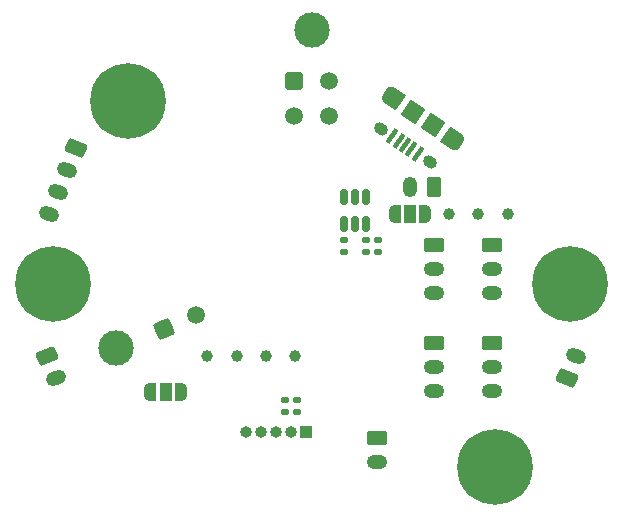
<source format=gbs>
G04 #@! TF.GenerationSoftware,KiCad,Pcbnew,(6.0.0)*
G04 #@! TF.CreationDate,2022-03-04T12:47:46+01:00*
G04 #@! TF.ProjectId,MiniAB-CAN-Board,4d696e69-4142-42d4-9341-4e2d426f6172,1*
G04 #@! TF.SameCoordinates,Original*
G04 #@! TF.FileFunction,Soldermask,Bot*
G04 #@! TF.FilePolarity,Negative*
%FSLAX46Y46*%
G04 Gerber Fmt 4.6, Leading zero omitted, Abs format (unit mm)*
G04 Created by KiCad (PCBNEW (6.0.0)) date 2022-03-04 12:47:46*
%MOMM*%
%LPD*%
G01*
G04 APERTURE LIST*
G04 Aperture macros list*
%AMRoundRect*
0 Rectangle with rounded corners*
0 $1 Rounding radius*
0 $2 $3 $4 $5 $6 $7 $8 $9 X,Y pos of 4 corners*
0 Add a 4 corners polygon primitive as box body*
4,1,4,$2,$3,$4,$5,$6,$7,$8,$9,$2,$3,0*
0 Add four circle primitives for the rounded corners*
1,1,$1+$1,$2,$3*
1,1,$1+$1,$4,$5*
1,1,$1+$1,$6,$7*
1,1,$1+$1,$8,$9*
0 Add four rect primitives between the rounded corners*
20,1,$1+$1,$2,$3,$4,$5,0*
20,1,$1+$1,$4,$5,$6,$7,0*
20,1,$1+$1,$6,$7,$8,$9,0*
20,1,$1+$1,$8,$9,$2,$3,0*%
%AMHorizOval*
0 Thick line with rounded ends*
0 $1 width*
0 $2 $3 position (X,Y) of the first rounded end (center of the circle)*
0 $4 $5 position (X,Y) of the second rounded end (center of the circle)*
0 Add line between two ends*
20,1,$1,$2,$3,$4,$5,0*
0 Add two circle primitives to create the rounded ends*
1,1,$1,$2,$3*
1,1,$1,$4,$5*%
%AMRotRect*
0 Rectangle, with rotation*
0 The origin of the aperture is its center*
0 $1 length*
0 $2 width*
0 $3 Rotation angle, in degrees counterclockwise*
0 Add horizontal line*
21,1,$1,$2,0,0,$3*%
%AMFreePoly0*
4,1,22,0.550000,-0.750000,0.000000,-0.750000,0.000000,-0.745033,-0.079941,-0.743568,-0.215256,-0.701293,-0.333266,-0.622738,-0.424486,-0.514219,-0.481581,-0.384460,-0.499164,-0.250000,-0.500000,-0.250000,-0.500000,0.250000,-0.499164,0.250000,-0.499963,0.256109,-0.478152,0.396186,-0.417904,0.524511,-0.324060,0.630769,-0.204165,0.706417,-0.067858,0.745374,0.000000,0.744959,0.000000,0.750000,
0.550000,0.750000,0.550000,-0.750000,0.550000,-0.750000,$1*%
%AMFreePoly1*
4,1,20,0.000000,0.744959,0.073905,0.744508,0.209726,0.703889,0.328688,0.626782,0.421226,0.519385,0.479903,0.390333,0.500000,0.250000,0.500000,-0.250000,0.499851,-0.262216,0.476331,-0.402017,0.414519,-0.529596,0.319384,-0.634700,0.198574,-0.708877,0.061801,-0.746166,0.000000,-0.745033,0.000000,-0.750000,-0.550000,-0.750000,-0.550000,0.750000,0.000000,0.750000,0.000000,0.744959,
0.000000,0.744959,$1*%
G04 Aperture macros list end*
%ADD10C,0.800000*%
%ADD11C,6.400000*%
%ADD12RoundRect,0.250000X-0.625000X0.350000X-0.625000X-0.350000X0.625000X-0.350000X0.625000X0.350000X0*%
%ADD13O,1.750000X1.200000*%
%ADD14RoundRect,0.250000X0.350000X0.625000X-0.350000X0.625000X-0.350000X-0.625000X0.350000X-0.625000X0*%
%ADD15O,1.200000X1.750000*%
%ADD16R,1.000000X1.000000*%
%ADD17O,1.000000X1.000000*%
%ADD18C,3.000000*%
%ADD19RoundRect,0.250001X-0.499999X-0.499999X0.499999X-0.499999X0.499999X0.499999X-0.499999X0.499999X0*%
%ADD20C,1.500000*%
%ADD21RoundRect,0.250001X0.653280X-0.270598X0.270598X0.653280X-0.653280X0.270598X-0.270598X-0.653280X0*%
%ADD22FreePoly0,180.000000*%
%ADD23R,1.000000X1.500000*%
%ADD24FreePoly1,180.000000*%
%ADD25C,1.000000*%
%ADD26RoundRect,0.250000X-0.443486X0.562535X-0.711364X-0.084181X0.443486X-0.562535X0.711364X0.084181X0*%
%ADD27HorizOval,1.200000X-0.254067X0.105238X0.254067X-0.105238X0*%
%ADD28RoundRect,0.135000X0.185000X-0.135000X0.185000X0.135000X-0.185000X0.135000X-0.185000X-0.135000X0*%
%ADD29RoundRect,0.250000X-0.711364X0.084181X-0.443486X-0.562535X0.711364X-0.084181X0.443486X0.562535X0*%
%ADD30HorizOval,1.200000X-0.254067X-0.105238X0.254067X0.105238X0*%
%ADD31FreePoly0,0.000000*%
%ADD32FreePoly1,0.000000*%
%ADD33RotRect,0.400000X1.350000X326.000000*%
%ADD34RotRect,1.200000X1.550000X326.000000*%
%ADD35RotRect,1.500000X1.550000X326.000000*%
%ADD36HorizOval,0.890000X-0.184534X-0.273582X0.184534X0.273582X0*%
%ADD37HorizOval,0.950000X0.124356X-0.083879X-0.124356X0.083879X0*%
%ADD38RoundRect,0.250000X0.443486X-0.562535X0.711364X0.084181X-0.443486X0.562535X-0.711364X-0.084181X0*%
%ADD39RoundRect,0.150000X0.150000X-0.512500X0.150000X0.512500X-0.150000X0.512500X-0.150000X-0.512500X0*%
G04 APERTURE END LIST*
D10*
G04 #@! TO.C,H4*
X127747679Y-98159769D03*
X125347679Y-100559769D03*
X122947679Y-98159769D03*
X127044735Y-96462713D03*
X127044735Y-99856825D03*
X123650623Y-99856825D03*
X123650623Y-96462713D03*
X125347679Y-95759769D03*
D11*
X125347679Y-98159769D03*
G04 #@! TD*
D12*
G04 #@! TO.C,J12*
X120250000Y-79400000D03*
D13*
X120250000Y-81400000D03*
X120250000Y-83400000D03*
G04 #@! TD*
D10*
G04 #@! TO.C,H3*
X92651061Y-68857263D03*
X94348117Y-69560207D03*
X96045173Y-65463151D03*
X96748117Y-67160207D03*
X94348117Y-64760207D03*
D11*
X94348117Y-67160207D03*
D10*
X91948117Y-67160207D03*
X96045173Y-68857263D03*
X92651061Y-65463151D03*
G04 #@! TD*
D14*
G04 #@! TO.C,J3*
X120175000Y-74500000D03*
D15*
X118175000Y-74500000D03*
G04 #@! TD*
D12*
G04 #@! TO.C,J7*
X120250000Y-87700000D03*
D13*
X120250000Y-89700000D03*
X120250000Y-91700000D03*
G04 #@! TD*
D16*
G04 #@! TO.C,J9*
X109400000Y-95200000D03*
D17*
X108130000Y-95200000D03*
X106860000Y-95200000D03*
X105590000Y-95200000D03*
X104320000Y-95200000D03*
G04 #@! TD*
D18*
G04 #@! TO.C,J11*
X109850000Y-61165000D03*
D19*
X108350000Y-65485000D03*
D20*
X111350000Y-65485000D03*
X108350000Y-68485000D03*
X111350000Y-68485000D03*
G04 #@! TD*
D18*
G04 #@! TO.C,J6*
X93333840Y-88128192D03*
D21*
X97325000Y-86475000D03*
D20*
X100096639Y-85326950D03*
G04 #@! TD*
D10*
G04 #@! TO.C,H2*
X90327898Y-82659988D03*
X89624954Y-80962932D03*
D11*
X87927898Y-82659988D03*
D10*
X85527898Y-82659988D03*
X87927898Y-85059988D03*
X87927898Y-80259988D03*
X89624954Y-84357044D03*
X86230842Y-80962932D03*
X86230842Y-84357044D03*
G04 #@! TD*
D12*
G04 #@! TO.C,J4*
X115400000Y-95750000D03*
D13*
X115400000Y-97750000D03*
G04 #@! TD*
D10*
G04 #@! TO.C,H1*
X131767898Y-80259988D03*
D11*
X131767898Y-82659988D03*
D10*
X130070842Y-80962932D03*
X133464954Y-80962932D03*
X130070842Y-84357044D03*
X129367898Y-82659988D03*
X133464954Y-84357044D03*
X131767898Y-85059988D03*
X134167898Y-82659988D03*
G04 #@! TD*
D12*
G04 #@! TO.C,J14*
X125150000Y-87700000D03*
D13*
X125150000Y-89700000D03*
X125150000Y-91700000D03*
G04 #@! TD*
D12*
G04 #@! TO.C,J13*
X125150000Y-79400000D03*
D13*
X125150000Y-81400000D03*
X125150000Y-83400000D03*
G04 #@! TD*
D22*
G04 #@! TO.C,JP1*
X98800000Y-91800000D03*
D23*
X97500000Y-91800000D03*
D24*
X96200000Y-91800000D03*
G04 #@! TD*
D25*
G04 #@! TO.C,TP7*
X106000000Y-88750000D03*
G04 #@! TD*
G04 #@! TO.C,TP5*
X101000000Y-88750000D03*
G04 #@! TD*
D26*
G04 #@! TO.C,J8*
X89918754Y-71169177D03*
D27*
X89153387Y-73016936D03*
X88388020Y-74864695D03*
X87622653Y-76712454D03*
G04 #@! TD*
D25*
G04 #@! TO.C,TP2*
X123975000Y-76725000D03*
G04 #@! TD*
D28*
G04 #@! TO.C,R35*
X107600000Y-93510000D03*
X107600000Y-92490000D03*
G04 #@! TD*
D25*
G04 #@! TO.C,TP3*
X121475000Y-76725000D03*
G04 #@! TD*
G04 #@! TO.C,TP4*
X126475000Y-76725000D03*
G04 #@! TD*
D29*
G04 #@! TO.C,J2*
X87459183Y-88786597D03*
D30*
X88224550Y-90634356D03*
G04 #@! TD*
D28*
G04 #@! TO.C,R26*
X115445000Y-79960000D03*
X115445000Y-78940000D03*
G04 #@! TD*
G04 #@! TO.C,R33*
X112600000Y-79960000D03*
X112600000Y-78940000D03*
G04 #@! TD*
G04 #@! TO.C,R34*
X108600000Y-93510000D03*
X108600000Y-92490000D03*
G04 #@! TD*
D31*
G04 #@! TO.C,JP2*
X116875000Y-76725000D03*
D23*
X118175000Y-76725000D03*
D32*
X119475000Y-76725000D03*
G04 #@! TD*
D25*
G04 #@! TO.C,TP6*
X108460000Y-88750000D03*
G04 #@! TD*
D33*
G04 #@! TO.C,J10*
X116689381Y-70183702D03*
X117228256Y-70547177D03*
X117767130Y-70910653D03*
X118306004Y-71274128D03*
X118844879Y-71637603D03*
D34*
X116872742Y-67050592D03*
D35*
X118447913Y-68113058D03*
D36*
X116375319Y-66715076D03*
D35*
X120105988Y-69231444D03*
D37*
X119839724Y-72308635D03*
D36*
X122178582Y-70629426D03*
D34*
X121681160Y-70293911D03*
D37*
X115694536Y-69512670D03*
G04 #@! TD*
D38*
G04 #@! TO.C,J1*
X131490000Y-90620000D03*
D27*
X132255367Y-88772241D03*
G04 #@! TD*
D39*
G04 #@! TO.C,U7*
X114495000Y-77612500D03*
X113545000Y-77612500D03*
X112595000Y-77612500D03*
X112595000Y-75337500D03*
X113545000Y-75337500D03*
X114495000Y-75337500D03*
G04 #@! TD*
D28*
G04 #@! TO.C,R32*
X114500000Y-79960000D03*
X114500000Y-78940000D03*
G04 #@! TD*
D25*
G04 #@! TO.C,TP1*
X103500000Y-88750000D03*
G04 #@! TD*
M02*

</source>
